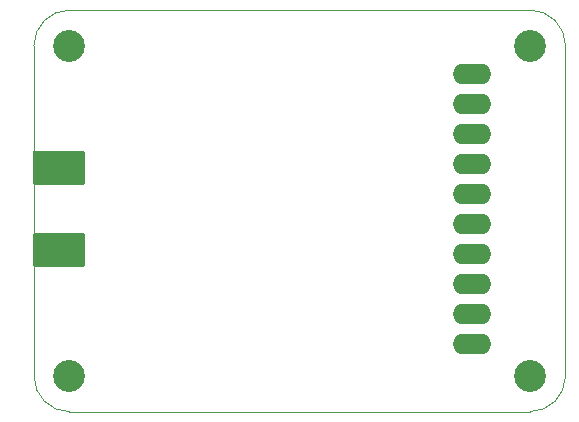
<source format=gbr>
%TF.GenerationSoftware,KiCad,Pcbnew,5.1.10*%
%TF.CreationDate,2021-09-13T14:54:52+02:00*%
%TF.ProjectId,AX5043,41583530-3433-42e6-9b69-6361645f7063,rev?*%
%TF.SameCoordinates,Original*%
%TF.FileFunction,Soldermask,Bot*%
%TF.FilePolarity,Negative*%
%FSLAX46Y46*%
G04 Gerber Fmt 4.6, Leading zero omitted, Abs format (unit mm)*
G04 Created by KiCad (PCBNEW 5.1.10) date 2021-09-13 14:54:52*
%MOMM*%
%LPD*%
G01*
G04 APERTURE LIST*
%TA.AperFunction,Profile*%
%ADD10C,0.050000*%
%TD*%
%ADD11C,2.700000*%
%ADD12O,3.251200X1.727200*%
G04 APERTURE END LIST*
D10*
X127000000Y-110426500D02*
X127000000Y-119000000D01*
X127000000Y-99250500D02*
X127000000Y-91000000D01*
X172000000Y-119000000D02*
X172000000Y-91000000D01*
X130000000Y-122000000D02*
X169000000Y-122000000D01*
X169000000Y-88000000D02*
X130000000Y-88000000D01*
X169000000Y-88000000D02*
G75*
G02*
X172000000Y-91000000I0J-3000000D01*
G01*
X172000000Y-119000000D02*
G75*
G02*
X169000000Y-122000000I-3000000J0D01*
G01*
X130000000Y-122000000D02*
G75*
G02*
X127000000Y-119000000I0J3000000D01*
G01*
X127000000Y-91000000D02*
G75*
G02*
X130000000Y-88000000I3000000J0D01*
G01*
X127000000Y-99250500D02*
X127000000Y-110426500D01*
D11*
X169000000Y-119000000D03*
X169000000Y-91000000D03*
X130000000Y-119000000D03*
X130000000Y-91000000D03*
D12*
X164084000Y-116268500D03*
X164084000Y-113728500D03*
X164084000Y-111188500D03*
X164084000Y-108648500D03*
X164084000Y-106108500D03*
X164084000Y-103568500D03*
X164084000Y-101028500D03*
X164084000Y-98488500D03*
X164084000Y-95948500D03*
X164084000Y-93408500D03*
G36*
G01*
X126918300Y-102677400D02*
X126918300Y-100010400D01*
G75*
G02*
X127019900Y-99908800I101600J0D01*
G01*
X131210900Y-99908800D01*
G75*
G02*
X131312500Y-100010400I0J-101600D01*
G01*
X131312500Y-102677400D01*
G75*
G02*
X131210900Y-102779000I-101600J0D01*
G01*
X127019900Y-102779000D01*
G75*
G02*
X126918300Y-102677400I0J101600D01*
G01*
G37*
G36*
G01*
X126918300Y-109666600D02*
X126918300Y-106999600D01*
G75*
G02*
X127019900Y-106898000I101600J0D01*
G01*
X131210900Y-106898000D01*
G75*
G02*
X131312500Y-106999600I0J-101600D01*
G01*
X131312500Y-109666600D01*
G75*
G02*
X131210900Y-109768200I-101600J0D01*
G01*
X127019900Y-109768200D01*
G75*
G02*
X126918300Y-109666600I0J101600D01*
G01*
G37*
M02*

</source>
